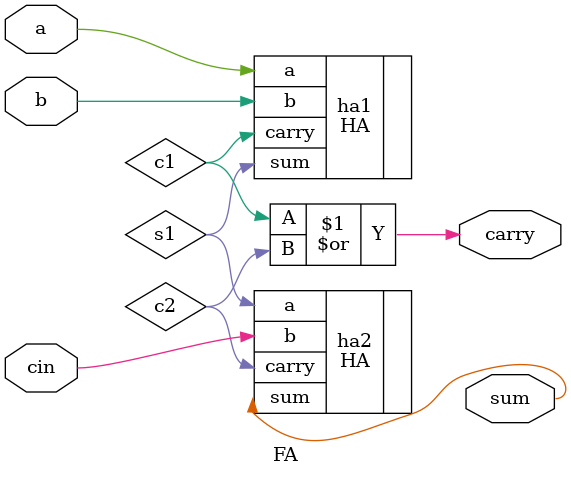
<source format=v>
`timescale 1ns / 1ps


module FA(
    input a,
    input b,
    input cin,
    output sum,
    output carry
);
    wire s1, c1, c2;
    
    HA ha1(.a(a), .b(b), .sum(s1), .carry(c1));
    HA ha2(.a(s1), .b(cin), .sum(sum), .carry(c2));
    
    or(carry, c1, c2);
endmodule

</source>
